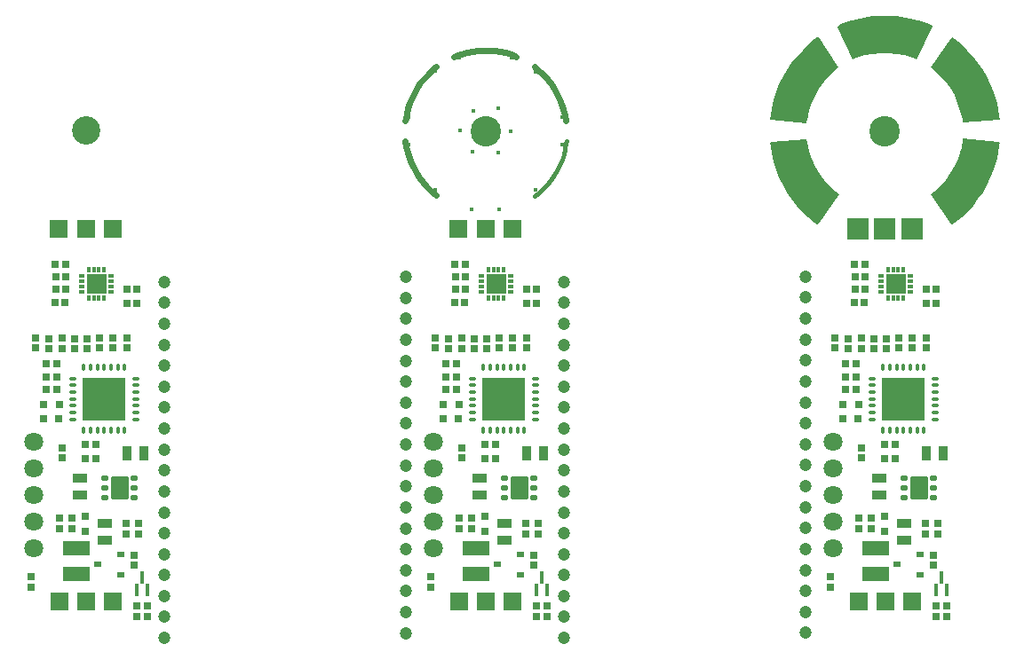
<source format=gts>
%FSTAX23Y23*%
%MOIN*%
%SFA1B1*%

%IPPOS*%
%AMD18*
4,1,8,-0.007400,0.017300,-0.007400,-0.017300,0.000000,-0.024700,0.000000,-0.024700,0.007400,-0.017300,0.007400,0.017300,0.000000,0.024700,0.000000,0.024700,-0.007400,0.017300,0.0*
1,1,0.014795,0.000000,0.017300*
1,1,0.014795,0.000000,-0.017300*
1,1,0.014795,0.000000,-0.017300*
1,1,0.014795,0.000000,0.017300*
%
%AMD52*
4,1,8,-0.033500,0.039400,-0.033500,-0.039400,-0.029600,-0.043300,0.029600,-0.043300,0.033500,-0.039400,0.033500,0.039400,0.029600,0.043300,-0.029600,0.043300,-0.033500,0.039400,0.0*
1,1,0.007780,-0.029600,0.039400*
1,1,0.007780,-0.029600,-0.039400*
1,1,0.007780,0.029600,-0.039400*
1,1,0.007780,0.029600,0.039400*
%
%AMD53*
4,1,8,-0.013800,0.004900,-0.013800,-0.004900,-0.009800,-0.008900,0.009800,-0.008900,0.013800,-0.004900,0.013800,0.004900,0.009800,0.008900,-0.009800,0.008900,-0.013800,0.004900,0.0*
1,1,0.008000,-0.009800,0.004900*
1,1,0.008000,-0.009800,-0.004900*
1,1,0.008000,0.009800,-0.004900*
1,1,0.008000,0.009800,0.004900*
%
%ADD15R,0.164567X0.164567*%
%ADD16O,0.011811X0.027559*%
%ADD17O,0.027559X0.011811*%
G04~CAMADD=18~8~0.0~0.0~494.9~148.0~74.0~0.0~15~0.0~0.0~0.0~0.0~0~0.0~0.0~0.0~0.0~0~0.0~0.0~0.0~90.0~148.0~494.0*
%ADD18D18*%
%ADD19R,0.014795X0.049492*%
%ADD20R,0.025591X0.027559*%
%ADD21R,0.027559X0.025591*%
%ADD22R,0.029134X0.030709*%
%ADD23R,0.029527X0.023622*%
%ADD24R,0.102362X0.053150*%
%ADD25R,0.052165X0.032480*%
%ADD28R,0.031496X0.031496*%
%ADD29R,0.030709X0.029134*%
%ADD30R,0.032480X0.052165*%
%ADD31R,0.011811X0.024803*%
%ADD32R,0.024803X0.011811*%
%ADD33R,0.072835X0.072835*%
%ADD34C,0.106299*%
%ADD35R,0.070866X0.070866*%
%ADD38C,0.019685*%
%ADD39C,0.070866*%
%ADD43C,0.015748*%
%ADD51C,0.023622*%
G04~CAMADD=52~8~0.0~0.0~866.8~669.9~38.9~0.0~15~0.0~0.0~0.0~0.0~0~0.0~0.0~0.0~0.0~0~0.0~0.0~0.0~90.0~670.0~867.0*
%ADD52D52*%
G04~CAMADD=53~8~0.0~0.0~177.8~276.2~40.0~0.0~15~0.0~0.0~0.0~0.0~0~0.0~0.0~0.0~0.0~0~0.0~0.0~0.0~90.0~276.0~178.0*
%ADD53D53*%
%ADD54C,0.114299*%
%ADD55R,0.078866X0.078866*%
%ADD56C,0.015905*%
%ADD57C,0.047370*%
%ADD58C,0.019842*%
%LNpcb4-1*%
%LPD*%
G36*
X0696Y06602D02*
X06991Y066D01*
X07022Y06596*
X07052Y06589*
X07082Y0658*
X07111Y0657*
X07122Y06565*
X07123Y0656*
X07064Y06439*
X07049Y06445*
X0702Y06454*
X0699Y06459*
X06959Y06462*
X06928Y06462*
X06897Y06459*
X06867Y06453*
X06838Y06444*
X06823Y06438*
X06766Y06559*
X06769Y06565*
X06778Y0657*
X06807Y0658*
X06837Y06589*
X06867Y06596*
X06898Y066*
X06929Y06602*
X0696*
G37*
G36*
X07208Y06514D02*
X07232Y06494D01*
X07254Y06472*
X07275Y06449*
X07294Y06425*
X07312Y06399*
X07327Y06373*
X07341Y06345*
X07352Y06316*
X07362Y06286*
X07369Y06256*
X07374Y06225*
X07375Y06214*
X07372Y0621*
X07238Y06201*
X07235Y06216*
X07228Y06246*
X07218Y06275*
X07205Y06303*
X0719Y0633*
X07172Y06355*
X07151Y06378*
X07129Y06399*
X07117Y06409*
X07192Y06518*
X07199Y0652*
X07208Y06514*
G37*
G36*
X06696Y0652D02*
X0677Y06408D01*
Y06408*
X06758Y06398*
X06736Y06377*
X06716Y06354*
X06698Y06328*
X06683Y06302*
X0667Y06274*
X0666Y06244*
X06653Y06214*
X06651Y06199*
X06518Y0621*
X06514Y06215*
X06515Y06225*
X0652Y06256*
X06527Y06286*
X06537Y06316*
X06548Y06345*
X06562Y06373*
X06577Y06399*
X06594Y06425*
X06614Y06449*
X06635Y06472*
X06657Y06494*
X06681Y06514*
X06691Y0652*
X06696Y0652*
G37*
G36*
X06651Y06138D02*
X06653Y06123D01*
X06661Y06093*
X06671Y06063*
X06683Y06035*
X06699Y06009*
X06717Y05984*
X06737Y05961*
X0676Y0594*
X06772Y0593*
X06696Y0582*
X0669Y05819*
X06681Y05825*
X06657Y05845*
X06635Y05866*
X06614Y05889*
X06594Y05914*
X06577Y05939*
X06562Y05966*
X06548Y05994*
X06537Y06023*
X06527Y06053*
X0652Y06083*
X06515Y06113*
X06514Y06125*
X06517Y06129*
X06651Y06138*
G37*
G36*
X07371Y06129D02*
X07375Y06124D01*
X07374Y06113*
X07369Y06083*
X07362Y06053*
X07352Y06023*
X07341Y05994*
X07327Y05966*
X07312Y05939*
X07294Y05914*
X07275Y05889*
X07254Y05866*
X07232Y05845*
X07208Y05825*
X07198Y05818*
X07193Y05819*
X07118Y05931*
X0713Y05941*
X07153Y05962*
X07173Y05985*
X07191Y0601*
X07206Y06037*
X07219Y06065*
X07229Y06095*
X07235Y06125*
X07238Y0614*
X07371Y06129*
G37*
G54D15*
X04014Y05162D03*
X05514D03*
X07014D03*
G54D16*
X03937Y05281D03*
X03963D03*
X03989D03*
X04014D03*
X0404D03*
X04065D03*
X04091D03*
Y05044D03*
X04065D03*
X0404D03*
X04014D03*
X03989D03*
X03963D03*
X03937D03*
X05437Y05281D03*
X05463D03*
X05489D03*
X05514D03*
X0554D03*
X05565D03*
X05591D03*
Y05044D03*
X05565D03*
X0554D03*
X05514D03*
X05489D03*
X05463D03*
X05437D03*
X06937Y05281D03*
X06963D03*
X06989D03*
X07014D03*
X0704D03*
X07065D03*
X07091D03*
Y05044D03*
X07065D03*
X0704D03*
X07014D03*
X06989D03*
X06963D03*
X06937D03*
G54D17*
X04132Y05239D03*
Y05214D03*
Y05188D03*
Y05162D03*
Y05137D03*
Y05111D03*
Y05086D03*
X03896D03*
Y05111D03*
Y05137D03*
Y05162D03*
Y05188D03*
Y05214D03*
Y05239D03*
X05632D03*
Y05214D03*
Y05188D03*
Y05162D03*
Y05137D03*
Y05111D03*
Y05086D03*
X05396D03*
Y05111D03*
Y05137D03*
Y05162D03*
Y05188D03*
Y05214D03*
Y05239D03*
X07132D03*
Y05214D03*
Y05188D03*
Y05162D03*
Y05137D03*
Y05111D03*
Y05086D03*
X06896D03*
Y05111D03*
Y05137D03*
Y05162D03*
Y05188D03*
Y05214D03*
Y05239D03*
G54D18*
X04155Y04492D03*
X04175Y04445D03*
X05655Y04492D03*
X05675Y04445D03*
X07155Y04492D03*
X07175Y04445D03*
G54D19*
X04135Y04445D03*
X05635D03*
X07135D03*
G54D20*
X03857Y04942D03*
Y04979D03*
X03893Y04714D03*
Y04676D03*
X03845Y04675D03*
Y04713D03*
X04128Y04537D03*
Y04575D03*
X03904Y05352D03*
Y05389D03*
X0395D03*
Y05352D03*
X03757Y05353D03*
Y0539D03*
X03805Y05389D03*
Y05352D03*
X05357Y04942D03*
Y04979D03*
X05393Y04714D03*
Y04676D03*
X05345Y04675D03*
Y04713D03*
X05628Y04537D03*
Y04575D03*
X05404Y05352D03*
Y05389D03*
X0545D03*
Y05352D03*
X05257Y05353D03*
Y0539D03*
X05305Y05389D03*
Y05352D03*
X06857Y04942D03*
Y04979D03*
X06893Y04714D03*
Y04676D03*
X06845Y04675D03*
Y04713D03*
X07128Y04537D03*
Y04575D03*
X06904Y05352D03*
Y05389D03*
X0695D03*
Y05352D03*
X06757Y05353D03*
Y0539D03*
X06805Y05389D03*
Y05352D03*
G54D21*
X04175Y04344D03*
X04138D03*
X04175Y04385D03*
X04138D03*
X03944Y0472D03*
Y04666D03*
X03797Y05245D03*
X03835D03*
X03835Y05197D03*
X03797D03*
X0387Y05574D03*
X03833D03*
X0387Y0562D03*
X03833D03*
X05675Y04344D03*
X05638D03*
X05675Y04385D03*
X05638D03*
X05444Y0472D03*
Y04666D03*
X05297Y05245D03*
X05335D03*
X05335Y05197D03*
X05297D03*
X0537Y05574D03*
X05333D03*
X0537Y0562D03*
X05333D03*
X07175Y04344D03*
X07138D03*
X07175Y04385D03*
X07138D03*
X06944Y0472D03*
Y04666D03*
X06797Y05245D03*
X06835D03*
X06835Y05197D03*
X06797D03*
X0687Y05574D03*
X06833D03*
X0687Y0562D03*
X06833D03*
G54D22*
X03741Y04493D03*
Y04455D03*
X04144Y04693D03*
Y04654D03*
X04097Y04693D03*
Y04654D03*
X03855Y05352D03*
Y05391D03*
X03998Y05353D03*
Y05391D03*
X04048Y05353D03*
Y05391D03*
X041Y05353D03*
Y05391D03*
X05241Y04493D03*
Y04455D03*
X05644Y04693D03*
Y04654D03*
X05597Y04693D03*
Y04654D03*
X05355Y05352D03*
Y05391D03*
X05498Y05353D03*
Y05391D03*
X05548Y05353D03*
Y05391D03*
X056Y05353D03*
Y05391D03*
X06741Y04493D03*
Y04455D03*
X07144Y04693D03*
Y04654D03*
X07097Y04693D03*
Y04654D03*
X06855Y05352D03*
Y05391D03*
X06998Y05353D03*
Y05391D03*
X07048Y05353D03*
Y05391D03*
X071Y05353D03*
Y05391D03*
G54D23*
X03991Y0454D03*
X04078Y04577D03*
Y04502D03*
X05491Y0454D03*
X05578Y04577D03*
Y04502D03*
X06991Y0454D03*
X07078Y04577D03*
Y04502D03*
G54D24*
X03909Y04601D03*
Y04504D03*
X05409Y04601D03*
Y04504D03*
X06909Y04601D03*
Y04504D03*
G54D25*
X04018Y04695D03*
Y04632D03*
X03924Y04865D03*
Y04802D03*
X05518Y04695D03*
Y04632D03*
X05424Y04865D03*
Y04802D03*
X07018Y04695D03*
Y04632D03*
X06924Y04865D03*
Y04802D03*
G54D28*
X03844Y05087D03*
X03785D03*
X03845Y05141D03*
X03786D03*
X05344Y05087D03*
X05285D03*
X05345Y05141D03*
X05286D03*
X06844Y05087D03*
X06785D03*
X06845Y05141D03*
X06786D03*
G54D29*
X03835Y05294D03*
X03796D03*
X03982Y0499D03*
X03944D03*
X03982Y04938D03*
X03944D03*
X041Y05521D03*
X04138D03*
X041Y05575D03*
X04138D03*
X03868Y05526D03*
X0383D03*
X0387Y05668D03*
X03831D03*
X05335Y05294D03*
X05296D03*
X05482Y0499D03*
X05444D03*
X05482Y04938D03*
X05444D03*
X056Y05521D03*
X05638D03*
X056Y05575D03*
X05638D03*
X05368Y05526D03*
X0533D03*
X0537Y05668D03*
X05331D03*
X06835Y05294D03*
X06796D03*
X06982Y0499D03*
X06944D03*
X06982Y04938D03*
X06944D03*
X071Y05521D03*
X07138D03*
X071Y05575D03*
X07138D03*
X06868Y05526D03*
X0683D03*
X0687Y05668D03*
X06831D03*
G54D30*
X04164Y04958D03*
X04101D03*
X05664D03*
X05601D03*
X07164D03*
X07101D03*
G54D31*
X03955Y0554D03*
X03975D03*
X03994D03*
X04014D03*
Y05649D03*
X03994D03*
X03975D03*
X03955D03*
X05455Y0554D03*
X05475D03*
X05494D03*
X05514D03*
Y05649D03*
X05494D03*
X05475D03*
X05455D03*
X06955Y0554D03*
X06975D03*
X06994D03*
X07014D03*
Y05649D03*
X06994D03*
X06975D03*
X06955D03*
G54D32*
X04039Y05565D03*
Y05585D03*
Y05604D03*
Y05624D03*
X0393D03*
Y05604D03*
Y05585D03*
Y05565D03*
X05539D03*
Y05585D03*
Y05604D03*
Y05624D03*
X0543D03*
Y05604D03*
Y05585D03*
Y05565D03*
X07039D03*
Y05585D03*
Y05604D03*
Y05624D03*
X0693D03*
Y05604D03*
Y05585D03*
Y05565D03*
G54D33*
X03985Y05595D03*
X05485D03*
X06985D03*
G54D34*
X03945Y0617D03*
X05445D03*
X06945D03*
G54D35*
X03843Y058D03*
X03945D03*
X04046D03*
X04045Y04401D03*
X03945D03*
X03845D03*
X05343Y058D03*
X05445D03*
X05546D03*
X05545Y04401D03*
X05445D03*
X05345D03*
X06843Y058D03*
X06945D03*
X07046D03*
X07045Y04401D03*
X06945D03*
X06845D03*
G54D38*
X04091Y04827D03*
X04072Y04795D03*
X04052Y04827D03*
X04072Y04858D03*
X05591Y04827D03*
X05572Y04795D03*
X05552Y04827D03*
X05572Y04858D03*
X07091Y04827D03*
X07072Y04795D03*
X07052Y04827D03*
X07072Y04858D03*
G54D39*
X0375Y04801D03*
Y04901D03*
Y05001D03*
Y04701D03*
Y04601D03*
X0525Y04801D03*
Y04901D03*
Y05001D03*
Y04701D03*
Y04601D03*
X0675Y04801D03*
Y04901D03*
Y05001D03*
Y04701D03*
Y04601D03*
G54D43*
X05631Y05925D02*
D01*
X05648Y05939*
X05663Y05954*
X05678Y05969*
X05691Y05986*
X05703Y06004*
X05714Y06022*
X05724Y06041*
X05732Y06061*
X05739Y06081*
X05744Y06102*
X05748Y06123*
X05749Y0613*
G54D51*
X05261Y0641D02*
D01*
X05244Y06397*
X05229Y06382*
X05215Y06367*
X05201Y0635*
X05189Y06333*
X05179Y06315*
X05169Y06296*
X05161Y06276*
X05154Y06256*
X05149Y06236*
X05145Y06215*
X05144Y06208*
X05144Y0613D02*
D01*
X05147Y0611*
X05152Y06089*
X05159Y06069*
X05166Y06049*
X05175Y0603*
X05186Y06011*
X05197Y05994*
X0521Y05977*
X05224Y05961*
X05239Y05946*
X05255Y05932*
X0526Y05929*
X05745Y06208D02*
D01*
X05742Y06229*
X05737Y0625*
X05731Y0627*
X05723Y06289*
X05714Y06309*
X05704Y06327*
X05692Y06345*
X05679Y06362*
X05665Y06377*
X0565Y06392*
X05634Y06406*
X05629Y0641*
X05561Y06449D02*
D01*
X05542Y06457*
X05521Y06463*
X05501Y06467*
X0548Y0647*
X05459Y06472*
X05437Y06472*
X05416Y06471*
X05395Y06468*
X05375Y06464*
X05354Y06459*
X05334Y06452*
X05328Y06449*
G54D52*
X04072Y04827D03*
X05572D03*
X07072D03*
G54D53*
X04017Y0479D03*
Y04827D03*
Y04864D03*
X04127D03*
Y04827D03*
Y0479D03*
X05517D03*
Y04827D03*
Y04864D03*
X05627D03*
Y04827D03*
Y0479D03*
X07017D03*
Y04827D03*
Y04864D03*
X07127D03*
Y04827D03*
Y0479D03*
G54D54*
X06944Y06169D03*
X05445Y06169D03*
G54D55*
X07046Y058D03*
X06944D03*
X06843D03*
G54D56*
X05156Y06221D03*
Y06117D03*
X05255Y05949D03*
X05497Y05873D03*
X05393D03*
X05634Y05947D03*
X05732Y06118D03*
Y06221D03*
X05634Y06391D03*
X05544Y06445D03*
X05346Y06445D03*
X05255Y06393D03*
X05399Y06246D03*
X05351Y06171D03*
X05398Y06091D03*
X05493Y06087D03*
X0554Y06168D03*
X05493Y06254D03*
G54D57*
X05148Y05621D03*
Y04282D03*
Y04361D03*
Y0444D03*
Y04519D03*
Y04597D03*
Y04676D03*
Y04755D03*
Y04834D03*
Y04912D03*
Y04991D03*
Y0507D03*
Y05149D03*
Y05227D03*
Y05306D03*
Y05385D03*
Y05464D03*
Y05542D03*
Y05621D03*
X06648Y05621D03*
Y04283D03*
Y04362D03*
Y0444D03*
Y04519D03*
Y04598D03*
Y04677D03*
Y04755D03*
Y04834D03*
Y04913D03*
Y04992D03*
Y0507D03*
Y05149D03*
Y05228D03*
Y05307D03*
Y05385D03*
Y05464D03*
Y05543D03*
Y05621D03*
X05741Y04264D03*
Y05602D03*
Y05524D03*
Y05445D03*
Y05366D03*
Y05287D03*
Y05209D03*
Y0513D03*
Y05051D03*
Y04972D03*
Y04894D03*
Y04815D03*
Y04736D03*
Y04657D03*
Y04579D03*
Y045D03*
Y04421D03*
Y04343D03*
Y04264D03*
X0424D03*
Y04343D03*
Y04421D03*
Y045D03*
Y04579D03*
Y04657D03*
Y04736D03*
Y04815D03*
Y04894D03*
Y04972D03*
Y05051D03*
Y0513D03*
Y05209D03*
Y05287D03*
Y05366D03*
Y05445D03*
Y05524D03*
Y05602D03*
Y04264D03*
G54D58*
X07227Y06006D03*
X07248Y05994D03*
X07268Y05982D03*
X07289Y05971D03*
X0727Y05941D03*
X07251Y05955D03*
X07212Y05982D03*
X07231Y05968D03*
X07175Y05938D03*
X07192Y05922D03*
X07209Y05905D03*
X07226Y05888D03*
X072Y05865D03*
X07185Y05883D03*
X0717Y05901D03*
X07154Y05919D03*
X0714Y05936D03*
X0716Y05954D03*
X07194Y05995D03*
X07208Y06018D03*
X07178Y05974D03*
X07195Y05959D03*
X07213Y05944D03*
X07231Y05929D03*
X07249Y05914D03*
X07305Y06001D03*
X07283Y06011D03*
X07262Y06021D03*
X07241Y06031D03*
X0722Y06041D03*
X07231Y06066D03*
X07251Y06058D03*
X07274Y0605D03*
X07296Y06041D03*
X07318Y06033D03*
X06944Y06567D03*
Y06543D03*
Y0652D03*
Y06496D03*
X06944Y06474D03*
X07238Y06091D03*
X0726Y06085D03*
X07283Y06079D03*
X07306Y06073D03*
X07328Y06066D03*
X07336Y061D03*
X07313Y06104D03*
X07289Y06109D03*
X07266Y06113D03*
X07244Y06117D03*
X0684Y06455D03*
X06833Y06476D03*
X06825Y06499D03*
X06816Y06521D03*
X06808Y06543D03*
X06841Y06554D03*
X06848Y06531D03*
X06854Y06508D03*
X0686Y06485D03*
X06865Y06463D03*
X06875Y06561D03*
X06879Y06538D03*
X06884Y06514D03*
X06888Y06491D03*
X06891Y06469D03*
X06918Y06473D03*
X06916Y06495D03*
X06914Y06518D03*
X06912Y06542D03*
X0691Y06566D03*
X07013Y06561D03*
X07009Y06538D03*
X07005Y06514D03*
X07001Y06491D03*
X06997Y06469D03*
X06944Y06474D03*
X06971Y06473D03*
X07023Y06463D03*
X07048Y06456D03*
X07056Y06476D03*
X07064Y06499D03*
X07072Y06521D03*
X0708Y06543D03*
X07047Y06554D03*
X07041Y06531D03*
X07035Y06508D03*
X07029Y06485D03*
X06975Y06518D03*
X06973Y06495D03*
X06977Y06542D03*
X06979Y06566D03*
X06944Y06567D03*
Y06543D03*
Y0652D03*
Y06496D03*
X06645Y06222D03*
X06623Y06226D03*
X06599Y0623D03*
X06576Y06234D03*
X06553Y06238D03*
X0656Y06272D03*
X06583Y06266D03*
X06606Y0626D03*
X06629Y06254D03*
X0665Y06248D03*
X06571Y06305D03*
X06593Y06297D03*
X06615Y06289D03*
X06637Y06281D03*
X06658Y06273D03*
X06668Y06298D03*
X06648Y06308D03*
X06627Y06317D03*
X06605Y06327D03*
X06584Y06337D03*
X0664Y06425D03*
X06658Y0641D03*
X06676Y06395D03*
X06694Y06379D03*
X06711Y06365D03*
X06681Y06321D03*
X06695Y06344D03*
X06729Y06384D03*
X06748Y06402D03*
X06734Y0642D03*
X06719Y06438D03*
X06704Y06456D03*
X06689Y06474D03*
X06663Y06451D03*
X0668Y06434D03*
X06697Y06417D03*
X06713Y064D03*
X06657Y0637D03*
X06677Y06357D03*
X06638Y06384D03*
X06619Y06397D03*
X066Y06368D03*
X0662Y06356D03*
X06641Y06345D03*
X06661Y06333D03*
X0714Y06403D03*
X07154Y0642D03*
X0717Y06438D03*
X07185Y06456D03*
X072Y06474D03*
X07226Y06451D03*
X07209Y06434D03*
X07192Y06417D03*
X07175Y064D03*
X07159Y06385D03*
X07249Y06425D03*
X07231Y0641D03*
X07213Y06395D03*
X07195Y06379D03*
X07177Y06365D03*
X07194Y06344D03*
X07212Y06357D03*
X07231Y0637D03*
X07251Y06384D03*
X0727Y06397D03*
X07318Y06305D03*
X07296Y06297D03*
X07274Y06289D03*
X07251Y06281D03*
X0723Y06274D03*
X07208Y06322D03*
X0722Y06298D03*
X07238Y06249D03*
X07244Y06223D03*
X07266Y06226D03*
X07289Y0623D03*
X07313Y06234D03*
X07336Y06238D03*
X07328Y06272D03*
X07306Y06266D03*
X07283Y0626D03*
X0726Y06254D03*
X07262Y06317D03*
X07241Y06308D03*
X07283Y06327D03*
X07305Y06337D03*
X07289Y06368D03*
X07268Y06356D03*
X07248Y06345D03*
X07227Y06333D03*
X06749Y05936D03*
X06734Y05919D03*
X06719Y05901D03*
X06704Y05883D03*
X06689Y05865D03*
X06663Y05888D03*
X0668Y05905D03*
X06697Y05922D03*
X06713Y05938D03*
X06729Y05954D03*
X0664Y05914D03*
X06658Y05929D03*
X06676Y05944D03*
X06694Y05959D03*
X06711Y05974D03*
X06695Y05995D03*
X06677Y05982D03*
X06657Y05968D03*
X06638Y05955D03*
X06619Y05941D03*
X06571Y06033D03*
X06593Y06041D03*
X06615Y0605D03*
X06637Y06058D03*
X06658Y06065D03*
X06681Y06017D03*
X06669Y0604D03*
X0665Y0609D03*
X06645Y06116D03*
X06623Y06113D03*
X06599Y06109D03*
X06576Y06104D03*
X06553Y061D03*
X0656Y06066D03*
X06583Y06073D03*
X06606Y06079D03*
X06629Y06085D03*
X06627Y06021D03*
X06648Y06031D03*
X06605Y06011D03*
X06584Y06001D03*
X066Y05971D03*
X0662Y05982D03*
X06641Y05994D03*
X06661Y06006D03*
X04079Y05097D03*
X04036D03*
X03993D03*
X03949D03*
X04079Y05141D03*
X04036D03*
X03993D03*
X03949D03*
X04079Y05184D03*
X04036D03*
X03993D03*
X03949D03*
X04079Y05227D03*
X04036D03*
X03993D03*
X03949D03*
X03963Y05573D03*
Y05616D03*
X04006Y05573D03*
Y05616D03*
X05579Y05097D03*
X05536D03*
X05493D03*
X05449D03*
X05579Y05141D03*
X05536D03*
X05493D03*
X05449D03*
X05579Y05184D03*
X05536D03*
X05493D03*
X05449D03*
X05579Y05227D03*
X05536D03*
X05493D03*
X05449D03*
X05463Y05573D03*
Y05616D03*
X05506Y05573D03*
Y05616D03*
X07079Y05097D03*
X07036D03*
X06993D03*
X06949D03*
X07079Y05141D03*
X07036D03*
X06993D03*
X06949D03*
X07079Y05184D03*
X07036D03*
X06993D03*
X06949D03*
X07079Y05227D03*
X07036D03*
X06993D03*
X06949D03*
X06963Y05573D03*
Y05616D03*
X07006Y05573D03*
Y05616D03*
M02*
</source>
